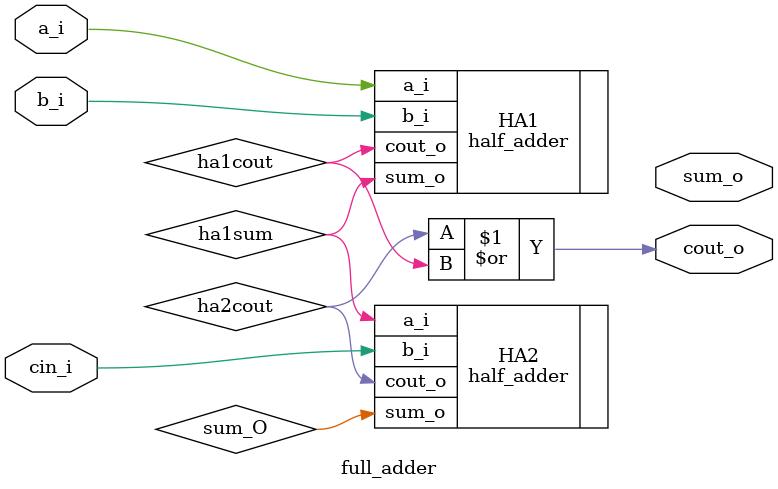
<source format=v>
`timescale 1ns / 1ps


module full_adder(
   input a_i,
   input b_i,
   input cin_i,
   output sum_o,
   output cout_o
    );
    wire ha1sum,ha1cout,ha2cout;
    //instantiation
  half_adder HA1(
  .a_i (a_i),
  .b_i (b_i),
  .sum_o (ha1sum),
  .cout_o (ha1cout)
  );
  half_adder HA2 (
  .a_i (ha1sum),
  .b_i (cin_i),
  .sum_o (sum_O),
  .cout_o (ha2cout)  
  );
  or G1 (cout_o,ha2cout,ha1cout);
endmodule

</source>
